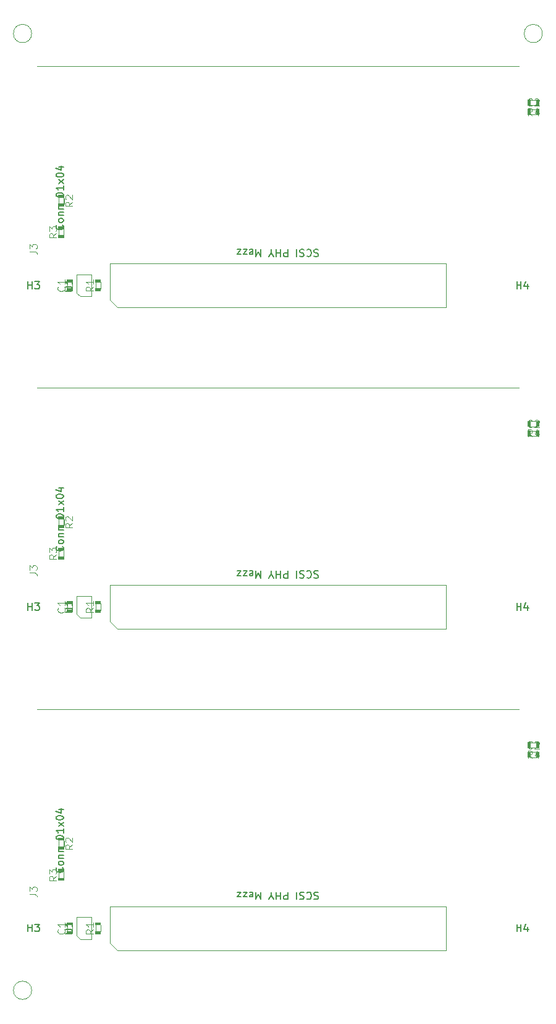
<source format=gbr>
G04 #@! TF.GenerationSoftware,KiCad,Pcbnew,8.0.6*
G04 #@! TF.CreationDate,2024-11-07T02:27:43-08:00*
G04 #@! TF.ProjectId,mse-68-hd-panel,6d73652d-3638-42d6-9864-2d70616e656c,1*
G04 #@! TF.SameCoordinates,Original*
G04 #@! TF.FileFunction,AssemblyDrawing,Top*
%FSLAX46Y46*%
G04 Gerber Fmt 4.6, Leading zero omitted, Abs format (unit mm)*
G04 Created by KiCad (PCBNEW 8.0.6) date 2024-11-07 02:27:43*
%MOMM*%
%LPD*%
G01*
G04 APERTURE LIST*
%ADD10C,0.100000*%
%ADD11C,0.150000*%
%ADD12C,0.000000*%
%ADD13C,0.050000*%
G04 APERTURE END LIST*
D10*
X-65642582Y110435334D02*
X-66118773Y110102001D01*
X-65642582Y109863906D02*
X-66642582Y109863906D01*
X-66642582Y109863906D02*
X-66642582Y110244858D01*
X-66642582Y110244858D02*
X-66594963Y110340096D01*
X-66594963Y110340096D02*
X-66547344Y110387715D01*
X-66547344Y110387715D02*
X-66452106Y110435334D01*
X-66452106Y110435334D02*
X-66309249Y110435334D01*
X-66309249Y110435334D02*
X-66214011Y110387715D01*
X-66214011Y110387715D02*
X-66166392Y110340096D01*
X-66166392Y110340096D02*
X-66118773Y110244858D01*
X-66118773Y110244858D02*
X-66118773Y109863906D01*
X-66547344Y110816287D02*
X-66594963Y110863906D01*
X-66594963Y110863906D02*
X-66642582Y110959144D01*
X-66642582Y110959144D02*
X-66642582Y111197239D01*
X-66642582Y111197239D02*
X-66594963Y111292477D01*
X-66594963Y111292477D02*
X-66547344Y111340096D01*
X-66547344Y111340096D02*
X-66452106Y111387715D01*
X-66452106Y111387715D02*
X-66356868Y111387715D01*
X-66356868Y111387715D02*
X-66214011Y111340096D01*
X-66214011Y111340096D02*
X-65642582Y110768668D01*
X-65642582Y110768668D02*
X-65642582Y111387715D01*
X-71542581Y59668667D02*
X-70828296Y59668667D01*
X-70828296Y59668667D02*
X-70685439Y59621048D01*
X-70685439Y59621048D02*
X-70590200Y59525810D01*
X-70590200Y59525810D02*
X-70542581Y59382953D01*
X-70542581Y59382953D02*
X-70542581Y59287715D01*
X-71542581Y60049620D02*
X-71542581Y60668667D01*
X-71542581Y60668667D02*
X-71161629Y60335334D01*
X-71161629Y60335334D02*
X-71161629Y60478191D01*
X-71161629Y60478191D02*
X-71114010Y60573429D01*
X-71114010Y60573429D02*
X-71066391Y60621048D01*
X-71066391Y60621048D02*
X-70971153Y60668667D01*
X-70971153Y60668667D02*
X-70733058Y60668667D01*
X-70733058Y60668667D02*
X-70637820Y60621048D01*
X-70637820Y60621048D02*
X-70590200Y60573429D01*
X-70590200Y60573429D02*
X-70542581Y60478191D01*
X-70542581Y60478191D02*
X-70542581Y60192477D01*
X-70542581Y60192477D02*
X-70590200Y60097239D01*
X-70590200Y60097239D02*
X-70637820Y60049620D01*
D11*
X-67000421Y63273905D02*
X-66952801Y63226286D01*
X-66952801Y63226286D02*
X-66905182Y63083429D01*
X-66905182Y63083429D02*
X-66905182Y62988191D01*
X-66905182Y62988191D02*
X-66952801Y62845334D01*
X-66952801Y62845334D02*
X-67048040Y62750096D01*
X-67048040Y62750096D02*
X-67143278Y62702477D01*
X-67143278Y62702477D02*
X-67333754Y62654858D01*
X-67333754Y62654858D02*
X-67476611Y62654858D01*
X-67476611Y62654858D02*
X-67667087Y62702477D01*
X-67667087Y62702477D02*
X-67762325Y62750096D01*
X-67762325Y62750096D02*
X-67857563Y62845334D01*
X-67857563Y62845334D02*
X-67905182Y62988191D01*
X-67905182Y62988191D02*
X-67905182Y63083429D01*
X-67905182Y63083429D02*
X-67857563Y63226286D01*
X-67857563Y63226286D02*
X-67809944Y63273905D01*
X-66905182Y63845334D02*
X-66952801Y63750096D01*
X-66952801Y63750096D02*
X-67000421Y63702477D01*
X-67000421Y63702477D02*
X-67095659Y63654858D01*
X-67095659Y63654858D02*
X-67381373Y63654858D01*
X-67381373Y63654858D02*
X-67476611Y63702477D01*
X-67476611Y63702477D02*
X-67524230Y63750096D01*
X-67524230Y63750096D02*
X-67571849Y63845334D01*
X-67571849Y63845334D02*
X-67571849Y63988191D01*
X-67571849Y63988191D02*
X-67524230Y64083429D01*
X-67524230Y64083429D02*
X-67476611Y64131048D01*
X-67476611Y64131048D02*
X-67381373Y64178667D01*
X-67381373Y64178667D02*
X-67095659Y64178667D01*
X-67095659Y64178667D02*
X-67000421Y64131048D01*
X-67000421Y64131048D02*
X-66952801Y64083429D01*
X-66952801Y64083429D02*
X-66905182Y63988191D01*
X-66905182Y63988191D02*
X-66905182Y63845334D01*
X-67571849Y64607239D02*
X-66905182Y64607239D01*
X-67476611Y64607239D02*
X-67524230Y64654858D01*
X-67524230Y64654858D02*
X-67571849Y64750096D01*
X-67571849Y64750096D02*
X-67571849Y64892953D01*
X-67571849Y64892953D02*
X-67524230Y64988191D01*
X-67524230Y64988191D02*
X-67428992Y65035810D01*
X-67428992Y65035810D02*
X-66905182Y65035810D01*
X-67571849Y65512001D02*
X-66905182Y65512001D01*
X-67476611Y65512001D02*
X-67524230Y65559620D01*
X-67524230Y65559620D02*
X-67571849Y65654858D01*
X-67571849Y65654858D02*
X-67571849Y65797715D01*
X-67571849Y65797715D02*
X-67524230Y65892953D01*
X-67524230Y65892953D02*
X-67428992Y65940572D01*
X-67428992Y65940572D02*
X-66905182Y65940572D01*
X-66809944Y66178667D02*
X-66809944Y66940572D01*
X-67905182Y67369144D02*
X-67905182Y67464382D01*
X-67905182Y67464382D02*
X-67857563Y67559620D01*
X-67857563Y67559620D02*
X-67809944Y67607239D01*
X-67809944Y67607239D02*
X-67714706Y67654858D01*
X-67714706Y67654858D02*
X-67524230Y67702477D01*
X-67524230Y67702477D02*
X-67286135Y67702477D01*
X-67286135Y67702477D02*
X-67095659Y67654858D01*
X-67095659Y67654858D02*
X-67000421Y67607239D01*
X-67000421Y67607239D02*
X-66952801Y67559620D01*
X-66952801Y67559620D02*
X-66905182Y67464382D01*
X-66905182Y67464382D02*
X-66905182Y67369144D01*
X-66905182Y67369144D02*
X-66952801Y67273906D01*
X-66952801Y67273906D02*
X-67000421Y67226287D01*
X-67000421Y67226287D02*
X-67095659Y67178668D01*
X-67095659Y67178668D02*
X-67286135Y67131049D01*
X-67286135Y67131049D02*
X-67524230Y67131049D01*
X-67524230Y67131049D02*
X-67714706Y67178668D01*
X-67714706Y67178668D02*
X-67809944Y67226287D01*
X-67809944Y67226287D02*
X-67857563Y67273906D01*
X-67857563Y67273906D02*
X-67905182Y67369144D01*
X-66905182Y68654858D02*
X-66905182Y68083430D01*
X-66905182Y68369144D02*
X-67905182Y68369144D01*
X-67905182Y68369144D02*
X-67762325Y68273906D01*
X-67762325Y68273906D02*
X-67667087Y68178668D01*
X-67667087Y68178668D02*
X-67619468Y68083430D01*
X-66905182Y68988192D02*
X-67571849Y69512001D01*
X-67571849Y68988192D02*
X-66905182Y69512001D01*
X-67905182Y70083430D02*
X-67905182Y70178668D01*
X-67905182Y70178668D02*
X-67857563Y70273906D01*
X-67857563Y70273906D02*
X-67809944Y70321525D01*
X-67809944Y70321525D02*
X-67714706Y70369144D01*
X-67714706Y70369144D02*
X-67524230Y70416763D01*
X-67524230Y70416763D02*
X-67286135Y70416763D01*
X-67286135Y70416763D02*
X-67095659Y70369144D01*
X-67095659Y70369144D02*
X-67000421Y70321525D01*
X-67000421Y70321525D02*
X-66952801Y70273906D01*
X-66952801Y70273906D02*
X-66905182Y70178668D01*
X-66905182Y70178668D02*
X-66905182Y70083430D01*
X-66905182Y70083430D02*
X-66952801Y69988192D01*
X-66952801Y69988192D02*
X-67000421Y69940573D01*
X-67000421Y69940573D02*
X-67095659Y69892954D01*
X-67095659Y69892954D02*
X-67286135Y69845335D01*
X-67286135Y69845335D02*
X-67524230Y69845335D01*
X-67524230Y69845335D02*
X-67714706Y69892954D01*
X-67714706Y69892954D02*
X-67809944Y69940573D01*
X-67809944Y69940573D02*
X-67857563Y69988192D01*
X-67857563Y69988192D02*
X-67905182Y70083430D01*
X-67571849Y71273906D02*
X-66905182Y71273906D01*
X-67952801Y71035811D02*
X-67238516Y70797716D01*
X-67238516Y70797716D02*
X-67238516Y71416763D01*
X-66645182Y98240096D02*
X-65835659Y98240096D01*
X-65835659Y98240096D02*
X-65740421Y98287715D01*
X-65740421Y98287715D02*
X-65692801Y98335334D01*
X-65692801Y98335334D02*
X-65645182Y98430572D01*
X-65645182Y98430572D02*
X-65645182Y98621048D01*
X-65645182Y98621048D02*
X-65692801Y98716286D01*
X-65692801Y98716286D02*
X-65740421Y98763905D01*
X-65740421Y98763905D02*
X-65835659Y98811524D01*
X-65835659Y98811524D02*
X-66645182Y98811524D01*
X-65645182Y99811524D02*
X-65645182Y99240096D01*
X-65645182Y99525810D02*
X-66645182Y99525810D01*
X-66645182Y99525810D02*
X-66502325Y99430572D01*
X-66502325Y99430572D02*
X-66407087Y99335334D01*
X-66407087Y99335334D02*
X-66359468Y99240096D01*
D10*
X-65642582Y22435334D02*
X-66118773Y22102001D01*
X-65642582Y21863906D02*
X-66642582Y21863906D01*
X-66642582Y21863906D02*
X-66642582Y22244858D01*
X-66642582Y22244858D02*
X-66594963Y22340096D01*
X-66594963Y22340096D02*
X-66547344Y22387715D01*
X-66547344Y22387715D02*
X-66452106Y22435334D01*
X-66452106Y22435334D02*
X-66309249Y22435334D01*
X-66309249Y22435334D02*
X-66214011Y22387715D01*
X-66214011Y22387715D02*
X-66166392Y22340096D01*
X-66166392Y22340096D02*
X-66118773Y22244858D01*
X-66118773Y22244858D02*
X-66118773Y21863906D01*
X-66547344Y22816287D02*
X-66594963Y22863906D01*
X-66594963Y22863906D02*
X-66642582Y22959144D01*
X-66642582Y22959144D02*
X-66642582Y23197239D01*
X-66642582Y23197239D02*
X-66594963Y23292477D01*
X-66594963Y23292477D02*
X-66547344Y23340096D01*
X-66547344Y23340096D02*
X-66452106Y23387715D01*
X-66452106Y23387715D02*
X-66356868Y23387715D01*
X-66356868Y23387715D02*
X-66214011Y23340096D01*
X-66214011Y23340096D02*
X-65642582Y22768668D01*
X-65642582Y22768668D02*
X-65642582Y23387715D01*
D11*
X-66645182Y10240096D02*
X-65835659Y10240096D01*
X-65835659Y10240096D02*
X-65740421Y10287715D01*
X-65740421Y10287715D02*
X-65692801Y10335334D01*
X-65692801Y10335334D02*
X-65645182Y10430572D01*
X-65645182Y10430572D02*
X-65645182Y10621048D01*
X-65645182Y10621048D02*
X-65692801Y10716286D01*
X-65692801Y10716286D02*
X-65740421Y10763905D01*
X-65740421Y10763905D02*
X-65835659Y10811524D01*
X-65835659Y10811524D02*
X-66645182Y10811524D01*
X-65645182Y11811524D02*
X-65645182Y11240096D01*
X-65645182Y11525810D02*
X-66645182Y11525810D01*
X-66645182Y11525810D02*
X-66502325Y11430572D01*
X-66502325Y11430572D02*
X-66407087Y11335334D01*
X-66407087Y11335334D02*
X-66359468Y11240096D01*
D10*
X-67842580Y18135334D02*
X-68318771Y17802001D01*
X-67842580Y17563906D02*
X-68842580Y17563906D01*
X-68842580Y17563906D02*
X-68842580Y17944858D01*
X-68842580Y17944858D02*
X-68794961Y18040096D01*
X-68794961Y18040096D02*
X-68747342Y18087715D01*
X-68747342Y18087715D02*
X-68652104Y18135334D01*
X-68652104Y18135334D02*
X-68509247Y18135334D01*
X-68509247Y18135334D02*
X-68414009Y18087715D01*
X-68414009Y18087715D02*
X-68366390Y18040096D01*
X-68366390Y18040096D02*
X-68318771Y17944858D01*
X-68318771Y17944858D02*
X-68318771Y17563906D01*
X-68842580Y18468668D02*
X-68842580Y19087715D01*
X-68842580Y19087715D02*
X-68461628Y18754382D01*
X-68461628Y18754382D02*
X-68461628Y18897239D01*
X-68461628Y18897239D02*
X-68414009Y18992477D01*
X-68414009Y18992477D02*
X-68366390Y19040096D01*
X-68366390Y19040096D02*
X-68271152Y19087715D01*
X-68271152Y19087715D02*
X-68033057Y19087715D01*
X-68033057Y19087715D02*
X-67937819Y19040096D01*
X-67937819Y19040096D02*
X-67890199Y18992477D01*
X-67890199Y18992477D02*
X-67842580Y18897239D01*
X-67842580Y18897239D02*
X-67842580Y18611525D01*
X-67842580Y18611525D02*
X-67890199Y18516287D01*
X-67890199Y18516287D02*
X-67937819Y18468668D01*
X-66787819Y54835334D02*
X-66740199Y54787715D01*
X-66740199Y54787715D02*
X-66692580Y54644858D01*
X-66692580Y54644858D02*
X-66692580Y54549620D01*
X-66692580Y54549620D02*
X-66740199Y54406763D01*
X-66740199Y54406763D02*
X-66835438Y54311525D01*
X-66835438Y54311525D02*
X-66930676Y54263906D01*
X-66930676Y54263906D02*
X-67121152Y54216287D01*
X-67121152Y54216287D02*
X-67264009Y54216287D01*
X-67264009Y54216287D02*
X-67454485Y54263906D01*
X-67454485Y54263906D02*
X-67549723Y54311525D01*
X-67549723Y54311525D02*
X-67644961Y54406763D01*
X-67644961Y54406763D02*
X-67692580Y54549620D01*
X-67692580Y54549620D02*
X-67692580Y54644858D01*
X-67692580Y54644858D02*
X-67644961Y54787715D01*
X-67644961Y54787715D02*
X-67597342Y54835334D01*
X-66692580Y55787715D02*
X-66692580Y55216287D01*
X-66692580Y55502001D02*
X-67692580Y55502001D01*
X-67692580Y55502001D02*
X-67549723Y55406763D01*
X-67549723Y55406763D02*
X-67454485Y55311525D01*
X-67454485Y55311525D02*
X-67406866Y55216287D01*
X-67842580Y106135334D02*
X-68318771Y105802001D01*
X-67842580Y105563906D02*
X-68842580Y105563906D01*
X-68842580Y105563906D02*
X-68842580Y105944858D01*
X-68842580Y105944858D02*
X-68794961Y106040096D01*
X-68794961Y106040096D02*
X-68747342Y106087715D01*
X-68747342Y106087715D02*
X-68652104Y106135334D01*
X-68652104Y106135334D02*
X-68509247Y106135334D01*
X-68509247Y106135334D02*
X-68414009Y106087715D01*
X-68414009Y106087715D02*
X-68366390Y106040096D01*
X-68366390Y106040096D02*
X-68318771Y105944858D01*
X-68318771Y105944858D02*
X-68318771Y105563906D01*
X-68842580Y106468668D02*
X-68842580Y107087715D01*
X-68842580Y107087715D02*
X-68461628Y106754382D01*
X-68461628Y106754382D02*
X-68461628Y106897239D01*
X-68461628Y106897239D02*
X-68414009Y106992477D01*
X-68414009Y106992477D02*
X-68366390Y107040096D01*
X-68366390Y107040096D02*
X-68271152Y107087715D01*
X-68271152Y107087715D02*
X-68033057Y107087715D01*
X-68033057Y107087715D02*
X-67937819Y107040096D01*
X-67937819Y107040096D02*
X-67890199Y106992477D01*
X-67890199Y106992477D02*
X-67842580Y106897239D01*
X-67842580Y106897239D02*
X-67842580Y106611525D01*
X-67842580Y106611525D02*
X-67890199Y106516287D01*
X-67890199Y106516287D02*
X-67937819Y106468668D01*
X-2666667Y34294581D02*
X-3000000Y34770772D01*
X-3238095Y34294581D02*
X-3238095Y35294581D01*
X-3238095Y35294581D02*
X-2857143Y35294581D01*
X-2857143Y35294581D02*
X-2761905Y35246962D01*
X-2761905Y35246962D02*
X-2714286Y35199343D01*
X-2714286Y35199343D02*
X-2666667Y35104105D01*
X-2666667Y35104105D02*
X-2666667Y34961248D01*
X-2666667Y34961248D02*
X-2714286Y34866010D01*
X-2714286Y34866010D02*
X-2761905Y34818391D01*
X-2761905Y34818391D02*
X-2857143Y34770772D01*
X-2857143Y34770772D02*
X-3238095Y34770772D01*
X-1809524Y34961248D02*
X-1809524Y34294581D01*
X-2047619Y35342200D02*
X-2285714Y34627915D01*
X-2285714Y34627915D02*
X-1666667Y34627915D01*
D11*
X-4761905Y98547181D02*
X-4761905Y99547181D01*
X-4761905Y99070991D02*
X-4190477Y99070991D01*
X-4190477Y98547181D02*
X-4190477Y99547181D01*
X-3285715Y99213848D02*
X-3285715Y98547181D01*
X-3523810Y99594800D02*
X-3761905Y98880515D01*
X-3761905Y98880515D02*
X-3142858Y98880515D01*
D10*
X-2666667Y79689820D02*
X-2714286Y79642200D01*
X-2714286Y79642200D02*
X-2857143Y79594581D01*
X-2857143Y79594581D02*
X-2952381Y79594581D01*
X-2952381Y79594581D02*
X-3095238Y79642200D01*
X-3095238Y79642200D02*
X-3190476Y79737439D01*
X-3190476Y79737439D02*
X-3238095Y79832677D01*
X-3238095Y79832677D02*
X-3285714Y80023153D01*
X-3285714Y80023153D02*
X-3285714Y80166010D01*
X-3285714Y80166010D02*
X-3238095Y80356486D01*
X-3238095Y80356486D02*
X-3190476Y80451724D01*
X-3190476Y80451724D02*
X-3095238Y80546962D01*
X-3095238Y80546962D02*
X-2952381Y80594581D01*
X-2952381Y80594581D02*
X-2857143Y80594581D01*
X-2857143Y80594581D02*
X-2714286Y80546962D01*
X-2714286Y80546962D02*
X-2666667Y80499343D01*
X-2285714Y80499343D02*
X-2238095Y80546962D01*
X-2238095Y80546962D02*
X-2142857Y80594581D01*
X-2142857Y80594581D02*
X-1904762Y80594581D01*
X-1904762Y80594581D02*
X-1809524Y80546962D01*
X-1809524Y80546962D02*
X-1761905Y80499343D01*
X-1761905Y80499343D02*
X-1714286Y80404105D01*
X-1714286Y80404105D02*
X-1714286Y80308867D01*
X-1714286Y80308867D02*
X-1761905Y80166010D01*
X-1761905Y80166010D02*
X-2333333Y79594581D01*
X-2333333Y79594581D02*
X-1714286Y79594581D01*
D11*
X-4761905Y10547181D02*
X-4761905Y11547181D01*
X-4761905Y11070991D02*
X-4190477Y11070991D01*
X-4190477Y10547181D02*
X-4190477Y11547181D01*
X-3285715Y11213848D02*
X-3285715Y10547181D01*
X-3523810Y11594800D02*
X-3761905Y10880515D01*
X-3761905Y10880515D02*
X-3142858Y10880515D01*
D10*
X-66787819Y98835334D02*
X-66740199Y98787715D01*
X-66740199Y98787715D02*
X-66692580Y98644858D01*
X-66692580Y98644858D02*
X-66692580Y98549620D01*
X-66692580Y98549620D02*
X-66740199Y98406763D01*
X-66740199Y98406763D02*
X-66835438Y98311525D01*
X-66835438Y98311525D02*
X-66930676Y98263906D01*
X-66930676Y98263906D02*
X-67121152Y98216287D01*
X-67121152Y98216287D02*
X-67264009Y98216287D01*
X-67264009Y98216287D02*
X-67454485Y98263906D01*
X-67454485Y98263906D02*
X-67549723Y98311525D01*
X-67549723Y98311525D02*
X-67644961Y98406763D01*
X-67644961Y98406763D02*
X-67692580Y98549620D01*
X-67692580Y98549620D02*
X-67692580Y98644858D01*
X-67692580Y98644858D02*
X-67644961Y98787715D01*
X-67644961Y98787715D02*
X-67597342Y98835334D01*
X-66692580Y99787715D02*
X-66692580Y99216287D01*
X-66692580Y99502001D02*
X-67692580Y99502001D01*
X-67692580Y99502001D02*
X-67549723Y99406763D01*
X-67549723Y99406763D02*
X-67454485Y99311525D01*
X-67454485Y99311525D02*
X-67406866Y99216287D01*
X-71542581Y15668667D02*
X-70828296Y15668667D01*
X-70828296Y15668667D02*
X-70685439Y15621048D01*
X-70685439Y15621048D02*
X-70590200Y15525810D01*
X-70590200Y15525810D02*
X-70542581Y15382953D01*
X-70542581Y15382953D02*
X-70542581Y15287715D01*
X-71542581Y16049620D02*
X-71542581Y16668667D01*
X-71542581Y16668667D02*
X-71161629Y16335334D01*
X-71161629Y16335334D02*
X-71161629Y16478191D01*
X-71161629Y16478191D02*
X-71114010Y16573429D01*
X-71114010Y16573429D02*
X-71066391Y16621048D01*
X-71066391Y16621048D02*
X-70971153Y16668667D01*
X-70971153Y16668667D02*
X-70733058Y16668667D01*
X-70733058Y16668667D02*
X-70637820Y16621048D01*
X-70637820Y16621048D02*
X-70590200Y16573429D01*
X-70590200Y16573429D02*
X-70542581Y16478191D01*
X-70542581Y16478191D02*
X-70542581Y16192477D01*
X-70542581Y16192477D02*
X-70590200Y16097239D01*
X-70590200Y16097239D02*
X-70637820Y16049620D01*
D11*
X-67000421Y19273905D02*
X-66952801Y19226286D01*
X-66952801Y19226286D02*
X-66905182Y19083429D01*
X-66905182Y19083429D02*
X-66905182Y18988191D01*
X-66905182Y18988191D02*
X-66952801Y18845334D01*
X-66952801Y18845334D02*
X-67048040Y18750096D01*
X-67048040Y18750096D02*
X-67143278Y18702477D01*
X-67143278Y18702477D02*
X-67333754Y18654858D01*
X-67333754Y18654858D02*
X-67476611Y18654858D01*
X-67476611Y18654858D02*
X-67667087Y18702477D01*
X-67667087Y18702477D02*
X-67762325Y18750096D01*
X-67762325Y18750096D02*
X-67857563Y18845334D01*
X-67857563Y18845334D02*
X-67905182Y18988191D01*
X-67905182Y18988191D02*
X-67905182Y19083429D01*
X-67905182Y19083429D02*
X-67857563Y19226286D01*
X-67857563Y19226286D02*
X-67809944Y19273905D01*
X-66905182Y19845334D02*
X-66952801Y19750096D01*
X-66952801Y19750096D02*
X-67000421Y19702477D01*
X-67000421Y19702477D02*
X-67095659Y19654858D01*
X-67095659Y19654858D02*
X-67381373Y19654858D01*
X-67381373Y19654858D02*
X-67476611Y19702477D01*
X-67476611Y19702477D02*
X-67524230Y19750096D01*
X-67524230Y19750096D02*
X-67571849Y19845334D01*
X-67571849Y19845334D02*
X-67571849Y19988191D01*
X-67571849Y19988191D02*
X-67524230Y20083429D01*
X-67524230Y20083429D02*
X-67476611Y20131048D01*
X-67476611Y20131048D02*
X-67381373Y20178667D01*
X-67381373Y20178667D02*
X-67095659Y20178667D01*
X-67095659Y20178667D02*
X-67000421Y20131048D01*
X-67000421Y20131048D02*
X-66952801Y20083429D01*
X-66952801Y20083429D02*
X-66905182Y19988191D01*
X-66905182Y19988191D02*
X-66905182Y19845334D01*
X-67571849Y20607239D02*
X-66905182Y20607239D01*
X-67476611Y20607239D02*
X-67524230Y20654858D01*
X-67524230Y20654858D02*
X-67571849Y20750096D01*
X-67571849Y20750096D02*
X-67571849Y20892953D01*
X-67571849Y20892953D02*
X-67524230Y20988191D01*
X-67524230Y20988191D02*
X-67428992Y21035810D01*
X-67428992Y21035810D02*
X-66905182Y21035810D01*
X-67571849Y21512001D02*
X-66905182Y21512001D01*
X-67476611Y21512001D02*
X-67524230Y21559620D01*
X-67524230Y21559620D02*
X-67571849Y21654858D01*
X-67571849Y21654858D02*
X-67571849Y21797715D01*
X-67571849Y21797715D02*
X-67524230Y21892953D01*
X-67524230Y21892953D02*
X-67428992Y21940572D01*
X-67428992Y21940572D02*
X-66905182Y21940572D01*
X-66809944Y22178667D02*
X-66809944Y22940572D01*
X-67905182Y23369144D02*
X-67905182Y23464382D01*
X-67905182Y23464382D02*
X-67857563Y23559620D01*
X-67857563Y23559620D02*
X-67809944Y23607239D01*
X-67809944Y23607239D02*
X-67714706Y23654858D01*
X-67714706Y23654858D02*
X-67524230Y23702477D01*
X-67524230Y23702477D02*
X-67286135Y23702477D01*
X-67286135Y23702477D02*
X-67095659Y23654858D01*
X-67095659Y23654858D02*
X-67000421Y23607239D01*
X-67000421Y23607239D02*
X-66952801Y23559620D01*
X-66952801Y23559620D02*
X-66905182Y23464382D01*
X-66905182Y23464382D02*
X-66905182Y23369144D01*
X-66905182Y23369144D02*
X-66952801Y23273906D01*
X-66952801Y23273906D02*
X-67000421Y23226287D01*
X-67000421Y23226287D02*
X-67095659Y23178668D01*
X-67095659Y23178668D02*
X-67286135Y23131049D01*
X-67286135Y23131049D02*
X-67524230Y23131049D01*
X-67524230Y23131049D02*
X-67714706Y23178668D01*
X-67714706Y23178668D02*
X-67809944Y23226287D01*
X-67809944Y23226287D02*
X-67857563Y23273906D01*
X-67857563Y23273906D02*
X-67905182Y23369144D01*
X-66905182Y24654858D02*
X-66905182Y24083430D01*
X-66905182Y24369144D02*
X-67905182Y24369144D01*
X-67905182Y24369144D02*
X-67762325Y24273906D01*
X-67762325Y24273906D02*
X-67667087Y24178668D01*
X-67667087Y24178668D02*
X-67619468Y24083430D01*
X-66905182Y24988192D02*
X-67571849Y25512001D01*
X-67571849Y24988192D02*
X-66905182Y25512001D01*
X-67905182Y26083430D02*
X-67905182Y26178668D01*
X-67905182Y26178668D02*
X-67857563Y26273906D01*
X-67857563Y26273906D02*
X-67809944Y26321525D01*
X-67809944Y26321525D02*
X-67714706Y26369144D01*
X-67714706Y26369144D02*
X-67524230Y26416763D01*
X-67524230Y26416763D02*
X-67286135Y26416763D01*
X-67286135Y26416763D02*
X-67095659Y26369144D01*
X-67095659Y26369144D02*
X-67000421Y26321525D01*
X-67000421Y26321525D02*
X-66952801Y26273906D01*
X-66952801Y26273906D02*
X-66905182Y26178668D01*
X-66905182Y26178668D02*
X-66905182Y26083430D01*
X-66905182Y26083430D02*
X-66952801Y25988192D01*
X-66952801Y25988192D02*
X-67000421Y25940573D01*
X-67000421Y25940573D02*
X-67095659Y25892954D01*
X-67095659Y25892954D02*
X-67286135Y25845335D01*
X-67286135Y25845335D02*
X-67524230Y25845335D01*
X-67524230Y25845335D02*
X-67714706Y25892954D01*
X-67714706Y25892954D02*
X-67809944Y25940573D01*
X-67809944Y25940573D02*
X-67857563Y25988192D01*
X-67857563Y25988192D02*
X-67905182Y26083430D01*
X-67571849Y27273906D02*
X-66905182Y27273906D01*
X-67952801Y27035811D02*
X-67238516Y26797716D01*
X-67238516Y26797716D02*
X-67238516Y27416763D01*
X-31976191Y15909201D02*
X-32119048Y15956821D01*
X-32119048Y15956821D02*
X-32357143Y15956821D01*
X-32357143Y15956821D02*
X-32452381Y15909201D01*
X-32452381Y15909201D02*
X-32500000Y15861582D01*
X-32500000Y15861582D02*
X-32547619Y15766344D01*
X-32547619Y15766344D02*
X-32547619Y15671106D01*
X-32547619Y15671106D02*
X-32500000Y15575868D01*
X-32500000Y15575868D02*
X-32452381Y15528249D01*
X-32452381Y15528249D02*
X-32357143Y15480630D01*
X-32357143Y15480630D02*
X-32166667Y15433011D01*
X-32166667Y15433011D02*
X-32071429Y15385392D01*
X-32071429Y15385392D02*
X-32023810Y15337773D01*
X-32023810Y15337773D02*
X-31976191Y15242535D01*
X-31976191Y15242535D02*
X-31976191Y15147297D01*
X-31976191Y15147297D02*
X-32023810Y15052059D01*
X-32023810Y15052059D02*
X-32071429Y15004440D01*
X-32071429Y15004440D02*
X-32166667Y14956821D01*
X-32166667Y14956821D02*
X-32404762Y14956821D01*
X-32404762Y14956821D02*
X-32547619Y15004440D01*
X-33547619Y15861582D02*
X-33500000Y15909201D01*
X-33500000Y15909201D02*
X-33357143Y15956821D01*
X-33357143Y15956821D02*
X-33261905Y15956821D01*
X-33261905Y15956821D02*
X-33119048Y15909201D01*
X-33119048Y15909201D02*
X-33023810Y15813963D01*
X-33023810Y15813963D02*
X-32976191Y15718725D01*
X-32976191Y15718725D02*
X-32928572Y15528249D01*
X-32928572Y15528249D02*
X-32928572Y15385392D01*
X-32928572Y15385392D02*
X-32976191Y15194916D01*
X-32976191Y15194916D02*
X-33023810Y15099678D01*
X-33023810Y15099678D02*
X-33119048Y15004440D01*
X-33119048Y15004440D02*
X-33261905Y14956821D01*
X-33261905Y14956821D02*
X-33357143Y14956821D01*
X-33357143Y14956821D02*
X-33500000Y15004440D01*
X-33500000Y15004440D02*
X-33547619Y15052059D01*
X-33928572Y15909201D02*
X-34071429Y15956821D01*
X-34071429Y15956821D02*
X-34309524Y15956821D01*
X-34309524Y15956821D02*
X-34404762Y15909201D01*
X-34404762Y15909201D02*
X-34452381Y15861582D01*
X-34452381Y15861582D02*
X-34500000Y15766344D01*
X-34500000Y15766344D02*
X-34500000Y15671106D01*
X-34500000Y15671106D02*
X-34452381Y15575868D01*
X-34452381Y15575868D02*
X-34404762Y15528249D01*
X-34404762Y15528249D02*
X-34309524Y15480630D01*
X-34309524Y15480630D02*
X-34119048Y15433011D01*
X-34119048Y15433011D02*
X-34023810Y15385392D01*
X-34023810Y15385392D02*
X-33976191Y15337773D01*
X-33976191Y15337773D02*
X-33928572Y15242535D01*
X-33928572Y15242535D02*
X-33928572Y15147297D01*
X-33928572Y15147297D02*
X-33976191Y15052059D01*
X-33976191Y15052059D02*
X-34023810Y15004440D01*
X-34023810Y15004440D02*
X-34119048Y14956821D01*
X-34119048Y14956821D02*
X-34357143Y14956821D01*
X-34357143Y14956821D02*
X-34500000Y15004440D01*
X-34928572Y15956821D02*
X-34928572Y14956821D01*
X-36166667Y15956821D02*
X-36166667Y14956821D01*
X-36166667Y14956821D02*
X-36547619Y14956821D01*
X-36547619Y14956821D02*
X-36642857Y15004440D01*
X-36642857Y15004440D02*
X-36690476Y15052059D01*
X-36690476Y15052059D02*
X-36738095Y15147297D01*
X-36738095Y15147297D02*
X-36738095Y15290154D01*
X-36738095Y15290154D02*
X-36690476Y15385392D01*
X-36690476Y15385392D02*
X-36642857Y15433011D01*
X-36642857Y15433011D02*
X-36547619Y15480630D01*
X-36547619Y15480630D02*
X-36166667Y15480630D01*
X-37166667Y15956821D02*
X-37166667Y14956821D01*
X-37166667Y15433011D02*
X-37738095Y15433011D01*
X-37738095Y15956821D02*
X-37738095Y14956821D01*
X-38404762Y15480630D02*
X-38404762Y15956821D01*
X-38071429Y14956821D02*
X-38404762Y15480630D01*
X-38404762Y15480630D02*
X-38738095Y14956821D01*
X-39833334Y15956821D02*
X-39833334Y14956821D01*
X-39833334Y14956821D02*
X-40166667Y15671106D01*
X-40166667Y15671106D02*
X-40500000Y14956821D01*
X-40500000Y14956821D02*
X-40500000Y15956821D01*
X-41357143Y15909201D02*
X-41261905Y15956821D01*
X-41261905Y15956821D02*
X-41071429Y15956821D01*
X-41071429Y15956821D02*
X-40976191Y15909201D01*
X-40976191Y15909201D02*
X-40928572Y15813963D01*
X-40928572Y15813963D02*
X-40928572Y15433011D01*
X-40928572Y15433011D02*
X-40976191Y15337773D01*
X-40976191Y15337773D02*
X-41071429Y15290154D01*
X-41071429Y15290154D02*
X-41261905Y15290154D01*
X-41261905Y15290154D02*
X-41357143Y15337773D01*
X-41357143Y15337773D02*
X-41404762Y15433011D01*
X-41404762Y15433011D02*
X-41404762Y15528249D01*
X-41404762Y15528249D02*
X-40928572Y15623487D01*
X-41738096Y15290154D02*
X-42261905Y15290154D01*
X-42261905Y15290154D02*
X-41738096Y15956821D01*
X-41738096Y15956821D02*
X-42261905Y15956821D01*
X-42547620Y15290154D02*
X-43071429Y15290154D01*
X-43071429Y15290154D02*
X-42547620Y15956821D01*
X-42547620Y15956821D02*
X-43071429Y15956821D01*
X-71761905Y10547181D02*
X-71761905Y11547181D01*
X-71761905Y11070991D02*
X-71190477Y11070991D01*
X-71190477Y10547181D02*
X-71190477Y11547181D01*
X-70809524Y11547181D02*
X-70190477Y11547181D01*
X-70190477Y11547181D02*
X-70523810Y11166229D01*
X-70523810Y11166229D02*
X-70380953Y11166229D01*
X-70380953Y11166229D02*
X-70285715Y11118610D01*
X-70285715Y11118610D02*
X-70238096Y11070991D01*
X-70238096Y11070991D02*
X-70190477Y10975753D01*
X-70190477Y10975753D02*
X-70190477Y10737658D01*
X-70190477Y10737658D02*
X-70238096Y10642420D01*
X-70238096Y10642420D02*
X-70285715Y10594800D01*
X-70285715Y10594800D02*
X-70380953Y10547181D01*
X-70380953Y10547181D02*
X-70666667Y10547181D01*
X-70666667Y10547181D02*
X-70761905Y10594800D01*
X-70761905Y10594800D02*
X-70809524Y10642420D01*
X-31976191Y103909201D02*
X-32119048Y103956821D01*
X-32119048Y103956821D02*
X-32357143Y103956821D01*
X-32357143Y103956821D02*
X-32452381Y103909201D01*
X-32452381Y103909201D02*
X-32500000Y103861582D01*
X-32500000Y103861582D02*
X-32547619Y103766344D01*
X-32547619Y103766344D02*
X-32547619Y103671106D01*
X-32547619Y103671106D02*
X-32500000Y103575868D01*
X-32500000Y103575868D02*
X-32452381Y103528249D01*
X-32452381Y103528249D02*
X-32357143Y103480630D01*
X-32357143Y103480630D02*
X-32166667Y103433011D01*
X-32166667Y103433011D02*
X-32071429Y103385392D01*
X-32071429Y103385392D02*
X-32023810Y103337773D01*
X-32023810Y103337773D02*
X-31976191Y103242535D01*
X-31976191Y103242535D02*
X-31976191Y103147297D01*
X-31976191Y103147297D02*
X-32023810Y103052059D01*
X-32023810Y103052059D02*
X-32071429Y103004440D01*
X-32071429Y103004440D02*
X-32166667Y102956821D01*
X-32166667Y102956821D02*
X-32404762Y102956821D01*
X-32404762Y102956821D02*
X-32547619Y103004440D01*
X-33547619Y103861582D02*
X-33500000Y103909201D01*
X-33500000Y103909201D02*
X-33357143Y103956821D01*
X-33357143Y103956821D02*
X-33261905Y103956821D01*
X-33261905Y103956821D02*
X-33119048Y103909201D01*
X-33119048Y103909201D02*
X-33023810Y103813963D01*
X-33023810Y103813963D02*
X-32976191Y103718725D01*
X-32976191Y103718725D02*
X-32928572Y103528249D01*
X-32928572Y103528249D02*
X-32928572Y103385392D01*
X-32928572Y103385392D02*
X-32976191Y103194916D01*
X-32976191Y103194916D02*
X-33023810Y103099678D01*
X-33023810Y103099678D02*
X-33119048Y103004440D01*
X-33119048Y103004440D02*
X-33261905Y102956821D01*
X-33261905Y102956821D02*
X-33357143Y102956821D01*
X-33357143Y102956821D02*
X-33500000Y103004440D01*
X-33500000Y103004440D02*
X-33547619Y103052059D01*
X-33928572Y103909201D02*
X-34071429Y103956821D01*
X-34071429Y103956821D02*
X-34309524Y103956821D01*
X-34309524Y103956821D02*
X-34404762Y103909201D01*
X-34404762Y103909201D02*
X-34452381Y103861582D01*
X-34452381Y103861582D02*
X-34500000Y103766344D01*
X-34500000Y103766344D02*
X-34500000Y103671106D01*
X-34500000Y103671106D02*
X-34452381Y103575868D01*
X-34452381Y103575868D02*
X-34404762Y103528249D01*
X-34404762Y103528249D02*
X-34309524Y103480630D01*
X-34309524Y103480630D02*
X-34119048Y103433011D01*
X-34119048Y103433011D02*
X-34023810Y103385392D01*
X-34023810Y103385392D02*
X-33976191Y103337773D01*
X-33976191Y103337773D02*
X-33928572Y103242535D01*
X-33928572Y103242535D02*
X-33928572Y103147297D01*
X-33928572Y103147297D02*
X-33976191Y103052059D01*
X-33976191Y103052059D02*
X-34023810Y103004440D01*
X-34023810Y103004440D02*
X-34119048Y102956821D01*
X-34119048Y102956821D02*
X-34357143Y102956821D01*
X-34357143Y102956821D02*
X-34500000Y103004440D01*
X-34928572Y103956821D02*
X-34928572Y102956821D01*
X-36166667Y103956821D02*
X-36166667Y102956821D01*
X-36166667Y102956821D02*
X-36547619Y102956821D01*
X-36547619Y102956821D02*
X-36642857Y103004440D01*
X-36642857Y103004440D02*
X-36690476Y103052059D01*
X-36690476Y103052059D02*
X-36738095Y103147297D01*
X-36738095Y103147297D02*
X-36738095Y103290154D01*
X-36738095Y103290154D02*
X-36690476Y103385392D01*
X-36690476Y103385392D02*
X-36642857Y103433011D01*
X-36642857Y103433011D02*
X-36547619Y103480630D01*
X-36547619Y103480630D02*
X-36166667Y103480630D01*
X-37166667Y103956821D02*
X-37166667Y102956821D01*
X-37166667Y103433011D02*
X-37738095Y103433011D01*
X-37738095Y103956821D02*
X-37738095Y102956821D01*
X-38404762Y103480630D02*
X-38404762Y103956821D01*
X-38071429Y102956821D02*
X-38404762Y103480630D01*
X-38404762Y103480630D02*
X-38738095Y102956821D01*
X-39833334Y103956821D02*
X-39833334Y102956821D01*
X-39833334Y102956821D02*
X-40166667Y103671106D01*
X-40166667Y103671106D02*
X-40500000Y102956821D01*
X-40500000Y102956821D02*
X-40500000Y103956821D01*
X-41357143Y103909201D02*
X-41261905Y103956821D01*
X-41261905Y103956821D02*
X-41071429Y103956821D01*
X-41071429Y103956821D02*
X-40976191Y103909201D01*
X-40976191Y103909201D02*
X-40928572Y103813963D01*
X-40928572Y103813963D02*
X-40928572Y103433011D01*
X-40928572Y103433011D02*
X-40976191Y103337773D01*
X-40976191Y103337773D02*
X-41071429Y103290154D01*
X-41071429Y103290154D02*
X-41261905Y103290154D01*
X-41261905Y103290154D02*
X-41357143Y103337773D01*
X-41357143Y103337773D02*
X-41404762Y103433011D01*
X-41404762Y103433011D02*
X-41404762Y103528249D01*
X-41404762Y103528249D02*
X-40928572Y103623487D01*
X-41738096Y103290154D02*
X-42261905Y103290154D01*
X-42261905Y103290154D02*
X-41738096Y103956821D01*
X-41738096Y103956821D02*
X-42261905Y103956821D01*
X-42547620Y103290154D02*
X-43071429Y103290154D01*
X-43071429Y103290154D02*
X-42547620Y103956821D01*
X-42547620Y103956821D02*
X-43071429Y103956821D01*
D10*
X-65642582Y66435334D02*
X-66118773Y66102001D01*
X-65642582Y65863906D02*
X-66642582Y65863906D01*
X-66642582Y65863906D02*
X-66642582Y66244858D01*
X-66642582Y66244858D02*
X-66594963Y66340096D01*
X-66594963Y66340096D02*
X-66547344Y66387715D01*
X-66547344Y66387715D02*
X-66452106Y66435334D01*
X-66452106Y66435334D02*
X-66309249Y66435334D01*
X-66309249Y66435334D02*
X-66214011Y66387715D01*
X-66214011Y66387715D02*
X-66166392Y66340096D01*
X-66166392Y66340096D02*
X-66118773Y66244858D01*
X-66118773Y66244858D02*
X-66118773Y65863906D01*
X-66547344Y66816287D02*
X-66594963Y66863906D01*
X-66594963Y66863906D02*
X-66642582Y66959144D01*
X-66642582Y66959144D02*
X-66642582Y67197239D01*
X-66642582Y67197239D02*
X-66594963Y67292477D01*
X-66594963Y67292477D02*
X-66547344Y67340096D01*
X-66547344Y67340096D02*
X-66452106Y67387715D01*
X-66452106Y67387715D02*
X-66356868Y67387715D01*
X-66356868Y67387715D02*
X-66214011Y67340096D01*
X-66214011Y67340096D02*
X-65642582Y66768668D01*
X-65642582Y66768668D02*
X-65642582Y67387715D01*
D11*
X-31976191Y59909201D02*
X-32119048Y59956821D01*
X-32119048Y59956821D02*
X-32357143Y59956821D01*
X-32357143Y59956821D02*
X-32452381Y59909201D01*
X-32452381Y59909201D02*
X-32500000Y59861582D01*
X-32500000Y59861582D02*
X-32547619Y59766344D01*
X-32547619Y59766344D02*
X-32547619Y59671106D01*
X-32547619Y59671106D02*
X-32500000Y59575868D01*
X-32500000Y59575868D02*
X-32452381Y59528249D01*
X-32452381Y59528249D02*
X-32357143Y59480630D01*
X-32357143Y59480630D02*
X-32166667Y59433011D01*
X-32166667Y59433011D02*
X-32071429Y59385392D01*
X-32071429Y59385392D02*
X-32023810Y59337773D01*
X-32023810Y59337773D02*
X-31976191Y59242535D01*
X-31976191Y59242535D02*
X-31976191Y59147297D01*
X-31976191Y59147297D02*
X-32023810Y59052059D01*
X-32023810Y59052059D02*
X-32071429Y59004440D01*
X-32071429Y59004440D02*
X-32166667Y58956821D01*
X-32166667Y58956821D02*
X-32404762Y58956821D01*
X-32404762Y58956821D02*
X-32547619Y59004440D01*
X-33547619Y59861582D02*
X-33500000Y59909201D01*
X-33500000Y59909201D02*
X-33357143Y59956821D01*
X-33357143Y59956821D02*
X-33261905Y59956821D01*
X-33261905Y59956821D02*
X-33119048Y59909201D01*
X-33119048Y59909201D02*
X-33023810Y59813963D01*
X-33023810Y59813963D02*
X-32976191Y59718725D01*
X-32976191Y59718725D02*
X-32928572Y59528249D01*
X-32928572Y59528249D02*
X-32928572Y59385392D01*
X-32928572Y59385392D02*
X-32976191Y59194916D01*
X-32976191Y59194916D02*
X-33023810Y59099678D01*
X-33023810Y59099678D02*
X-33119048Y59004440D01*
X-33119048Y59004440D02*
X-33261905Y58956821D01*
X-33261905Y58956821D02*
X-33357143Y58956821D01*
X-33357143Y58956821D02*
X-33500000Y59004440D01*
X-33500000Y59004440D02*
X-33547619Y59052059D01*
X-33928572Y59909201D02*
X-34071429Y59956821D01*
X-34071429Y59956821D02*
X-34309524Y59956821D01*
X-34309524Y59956821D02*
X-34404762Y59909201D01*
X-34404762Y59909201D02*
X-34452381Y59861582D01*
X-34452381Y59861582D02*
X-34500000Y59766344D01*
X-34500000Y59766344D02*
X-34500000Y59671106D01*
X-34500000Y59671106D02*
X-34452381Y59575868D01*
X-34452381Y59575868D02*
X-34404762Y59528249D01*
X-34404762Y59528249D02*
X-34309524Y59480630D01*
X-34309524Y59480630D02*
X-34119048Y59433011D01*
X-34119048Y59433011D02*
X-34023810Y59385392D01*
X-34023810Y59385392D02*
X-33976191Y59337773D01*
X-33976191Y59337773D02*
X-33928572Y59242535D01*
X-33928572Y59242535D02*
X-33928572Y59147297D01*
X-33928572Y59147297D02*
X-33976191Y59052059D01*
X-33976191Y59052059D02*
X-34023810Y59004440D01*
X-34023810Y59004440D02*
X-34119048Y58956821D01*
X-34119048Y58956821D02*
X-34357143Y58956821D01*
X-34357143Y58956821D02*
X-34500000Y59004440D01*
X-34928572Y59956821D02*
X-34928572Y58956821D01*
X-36166667Y59956821D02*
X-36166667Y58956821D01*
X-36166667Y58956821D02*
X-36547619Y58956821D01*
X-36547619Y58956821D02*
X-36642857Y59004440D01*
X-36642857Y59004440D02*
X-36690476Y59052059D01*
X-36690476Y59052059D02*
X-36738095Y59147297D01*
X-36738095Y59147297D02*
X-36738095Y59290154D01*
X-36738095Y59290154D02*
X-36690476Y59385392D01*
X-36690476Y59385392D02*
X-36642857Y59433011D01*
X-36642857Y59433011D02*
X-36547619Y59480630D01*
X-36547619Y59480630D02*
X-36166667Y59480630D01*
X-37166667Y59956821D02*
X-37166667Y58956821D01*
X-37166667Y59433011D02*
X-37738095Y59433011D01*
X-37738095Y59956821D02*
X-37738095Y58956821D01*
X-38404762Y59480630D02*
X-38404762Y59956821D01*
X-38071429Y58956821D02*
X-38404762Y59480630D01*
X-38404762Y59480630D02*
X-38738095Y58956821D01*
X-39833334Y59956821D02*
X-39833334Y58956821D01*
X-39833334Y58956821D02*
X-40166667Y59671106D01*
X-40166667Y59671106D02*
X-40500000Y58956821D01*
X-40500000Y58956821D02*
X-40500000Y59956821D01*
X-41357143Y59909201D02*
X-41261905Y59956821D01*
X-41261905Y59956821D02*
X-41071429Y59956821D01*
X-41071429Y59956821D02*
X-40976191Y59909201D01*
X-40976191Y59909201D02*
X-40928572Y59813963D01*
X-40928572Y59813963D02*
X-40928572Y59433011D01*
X-40928572Y59433011D02*
X-40976191Y59337773D01*
X-40976191Y59337773D02*
X-41071429Y59290154D01*
X-41071429Y59290154D02*
X-41261905Y59290154D01*
X-41261905Y59290154D02*
X-41357143Y59337773D01*
X-41357143Y59337773D02*
X-41404762Y59433011D01*
X-41404762Y59433011D02*
X-41404762Y59528249D01*
X-41404762Y59528249D02*
X-40928572Y59623487D01*
X-41738096Y59290154D02*
X-42261905Y59290154D01*
X-42261905Y59290154D02*
X-41738096Y59956821D01*
X-41738096Y59956821D02*
X-42261905Y59956821D01*
X-42547620Y59290154D02*
X-43071429Y59290154D01*
X-43071429Y59290154D02*
X-42547620Y59956821D01*
X-42547620Y59956821D02*
X-43071429Y59956821D01*
D10*
X-62792580Y98835334D02*
X-63268771Y98502001D01*
X-62792580Y98263906D02*
X-63792580Y98263906D01*
X-63792580Y98263906D02*
X-63792580Y98644858D01*
X-63792580Y98644858D02*
X-63744961Y98740096D01*
X-63744961Y98740096D02*
X-63697342Y98787715D01*
X-63697342Y98787715D02*
X-63602104Y98835334D01*
X-63602104Y98835334D02*
X-63459247Y98835334D01*
X-63459247Y98835334D02*
X-63364009Y98787715D01*
X-63364009Y98787715D02*
X-63316390Y98740096D01*
X-63316390Y98740096D02*
X-63268771Y98644858D01*
X-63268771Y98644858D02*
X-63268771Y98263906D01*
X-62792580Y99787715D02*
X-62792580Y99216287D01*
X-62792580Y99502001D02*
X-63792580Y99502001D01*
X-63792580Y99502001D02*
X-63649723Y99406763D01*
X-63649723Y99406763D02*
X-63554485Y99311525D01*
X-63554485Y99311525D02*
X-63506866Y99216287D01*
D11*
X-71761905Y98547181D02*
X-71761905Y99547181D01*
X-71761905Y99070991D02*
X-71190477Y99070991D01*
X-71190477Y98547181D02*
X-71190477Y99547181D01*
X-70809524Y99547181D02*
X-70190477Y99547181D01*
X-70190477Y99547181D02*
X-70523810Y99166229D01*
X-70523810Y99166229D02*
X-70380953Y99166229D01*
X-70380953Y99166229D02*
X-70285715Y99118610D01*
X-70285715Y99118610D02*
X-70238096Y99070991D01*
X-70238096Y99070991D02*
X-70190477Y98975753D01*
X-70190477Y98975753D02*
X-70190477Y98737658D01*
X-70190477Y98737658D02*
X-70238096Y98642420D01*
X-70238096Y98642420D02*
X-70285715Y98594800D01*
X-70285715Y98594800D02*
X-70380953Y98547181D01*
X-70380953Y98547181D02*
X-70666667Y98547181D01*
X-70666667Y98547181D02*
X-70761905Y98594800D01*
X-70761905Y98594800D02*
X-70809524Y98642420D01*
D10*
X-2666667Y122294581D02*
X-3000000Y122770772D01*
X-3238095Y122294581D02*
X-3238095Y123294581D01*
X-3238095Y123294581D02*
X-2857143Y123294581D01*
X-2857143Y123294581D02*
X-2761905Y123246962D01*
X-2761905Y123246962D02*
X-2714286Y123199343D01*
X-2714286Y123199343D02*
X-2666667Y123104105D01*
X-2666667Y123104105D02*
X-2666667Y122961248D01*
X-2666667Y122961248D02*
X-2714286Y122866010D01*
X-2714286Y122866010D02*
X-2761905Y122818391D01*
X-2761905Y122818391D02*
X-2857143Y122770772D01*
X-2857143Y122770772D02*
X-3238095Y122770772D01*
X-1809524Y122961248D02*
X-1809524Y122294581D01*
X-2047619Y123342200D02*
X-2285714Y122627915D01*
X-2285714Y122627915D02*
X-1666667Y122627915D01*
X-62792580Y10835334D02*
X-63268771Y10502001D01*
X-62792580Y10263906D02*
X-63792580Y10263906D01*
X-63792580Y10263906D02*
X-63792580Y10644858D01*
X-63792580Y10644858D02*
X-63744961Y10740096D01*
X-63744961Y10740096D02*
X-63697342Y10787715D01*
X-63697342Y10787715D02*
X-63602104Y10835334D01*
X-63602104Y10835334D02*
X-63459247Y10835334D01*
X-63459247Y10835334D02*
X-63364009Y10787715D01*
X-63364009Y10787715D02*
X-63316390Y10740096D01*
X-63316390Y10740096D02*
X-63268771Y10644858D01*
X-63268771Y10644858D02*
X-63268771Y10263906D01*
X-62792580Y11787715D02*
X-62792580Y11216287D01*
X-62792580Y11502001D02*
X-63792580Y11502001D01*
X-63792580Y11502001D02*
X-63649723Y11406763D01*
X-63649723Y11406763D02*
X-63554485Y11311525D01*
X-63554485Y11311525D02*
X-63506866Y11216287D01*
X-2666667Y78294581D02*
X-3000000Y78770772D01*
X-3238095Y78294581D02*
X-3238095Y79294581D01*
X-3238095Y79294581D02*
X-2857143Y79294581D01*
X-2857143Y79294581D02*
X-2761905Y79246962D01*
X-2761905Y79246962D02*
X-2714286Y79199343D01*
X-2714286Y79199343D02*
X-2666667Y79104105D01*
X-2666667Y79104105D02*
X-2666667Y78961248D01*
X-2666667Y78961248D02*
X-2714286Y78866010D01*
X-2714286Y78866010D02*
X-2761905Y78818391D01*
X-2761905Y78818391D02*
X-2857143Y78770772D01*
X-2857143Y78770772D02*
X-3238095Y78770772D01*
X-1809524Y78961248D02*
X-1809524Y78294581D01*
X-2047619Y79342200D02*
X-2285714Y78627915D01*
X-2285714Y78627915D02*
X-1666667Y78627915D01*
D11*
X-66645182Y54240096D02*
X-65835659Y54240096D01*
X-65835659Y54240096D02*
X-65740421Y54287715D01*
X-65740421Y54287715D02*
X-65692801Y54335334D01*
X-65692801Y54335334D02*
X-65645182Y54430572D01*
X-65645182Y54430572D02*
X-65645182Y54621048D01*
X-65645182Y54621048D02*
X-65692801Y54716286D01*
X-65692801Y54716286D02*
X-65740421Y54763905D01*
X-65740421Y54763905D02*
X-65835659Y54811524D01*
X-65835659Y54811524D02*
X-66645182Y54811524D01*
X-65645182Y55811524D02*
X-65645182Y55240096D01*
X-65645182Y55525810D02*
X-66645182Y55525810D01*
X-66645182Y55525810D02*
X-66502325Y55430572D01*
X-66502325Y55430572D02*
X-66407087Y55335334D01*
X-66407087Y55335334D02*
X-66359468Y55240096D01*
X-4761905Y54547181D02*
X-4761905Y55547181D01*
X-4761905Y55070991D02*
X-4190477Y55070991D01*
X-4190477Y54547181D02*
X-4190477Y55547181D01*
X-3285715Y55213848D02*
X-3285715Y54547181D01*
X-3523810Y55594800D02*
X-3761905Y54880515D01*
X-3761905Y54880515D02*
X-3142858Y54880515D01*
X-71761905Y54547181D02*
X-71761905Y55547181D01*
X-71761905Y55070991D02*
X-71190477Y55070991D01*
X-71190477Y54547181D02*
X-71190477Y55547181D01*
X-70809524Y55547181D02*
X-70190477Y55547181D01*
X-70190477Y55547181D02*
X-70523810Y55166229D01*
X-70523810Y55166229D02*
X-70380953Y55166229D01*
X-70380953Y55166229D02*
X-70285715Y55118610D01*
X-70285715Y55118610D02*
X-70238096Y55070991D01*
X-70238096Y55070991D02*
X-70190477Y54975753D01*
X-70190477Y54975753D02*
X-70190477Y54737658D01*
X-70190477Y54737658D02*
X-70238096Y54642420D01*
X-70238096Y54642420D02*
X-70285715Y54594800D01*
X-70285715Y54594800D02*
X-70380953Y54547181D01*
X-70380953Y54547181D02*
X-70666667Y54547181D01*
X-70666667Y54547181D02*
X-70761905Y54594800D01*
X-70761905Y54594800D02*
X-70809524Y54642420D01*
D10*
X-71542581Y103668667D02*
X-70828296Y103668667D01*
X-70828296Y103668667D02*
X-70685439Y103621048D01*
X-70685439Y103621048D02*
X-70590200Y103525810D01*
X-70590200Y103525810D02*
X-70542581Y103382953D01*
X-70542581Y103382953D02*
X-70542581Y103287715D01*
X-71542581Y104049620D02*
X-71542581Y104668667D01*
X-71542581Y104668667D02*
X-71161629Y104335334D01*
X-71161629Y104335334D02*
X-71161629Y104478191D01*
X-71161629Y104478191D02*
X-71114010Y104573429D01*
X-71114010Y104573429D02*
X-71066391Y104621048D01*
X-71066391Y104621048D02*
X-70971153Y104668667D01*
X-70971153Y104668667D02*
X-70733058Y104668667D01*
X-70733058Y104668667D02*
X-70637820Y104621048D01*
X-70637820Y104621048D02*
X-70590200Y104573429D01*
X-70590200Y104573429D02*
X-70542581Y104478191D01*
X-70542581Y104478191D02*
X-70542581Y104192477D01*
X-70542581Y104192477D02*
X-70590200Y104097239D01*
X-70590200Y104097239D02*
X-70637820Y104049620D01*
D11*
X-67000421Y107273905D02*
X-66952801Y107226286D01*
X-66952801Y107226286D02*
X-66905182Y107083429D01*
X-66905182Y107083429D02*
X-66905182Y106988191D01*
X-66905182Y106988191D02*
X-66952801Y106845334D01*
X-66952801Y106845334D02*
X-67048040Y106750096D01*
X-67048040Y106750096D02*
X-67143278Y106702477D01*
X-67143278Y106702477D02*
X-67333754Y106654858D01*
X-67333754Y106654858D02*
X-67476611Y106654858D01*
X-67476611Y106654858D02*
X-67667087Y106702477D01*
X-67667087Y106702477D02*
X-67762325Y106750096D01*
X-67762325Y106750096D02*
X-67857563Y106845334D01*
X-67857563Y106845334D02*
X-67905182Y106988191D01*
X-67905182Y106988191D02*
X-67905182Y107083429D01*
X-67905182Y107083429D02*
X-67857563Y107226286D01*
X-67857563Y107226286D02*
X-67809944Y107273905D01*
X-66905182Y107845334D02*
X-66952801Y107750096D01*
X-66952801Y107750096D02*
X-67000421Y107702477D01*
X-67000421Y107702477D02*
X-67095659Y107654858D01*
X-67095659Y107654858D02*
X-67381373Y107654858D01*
X-67381373Y107654858D02*
X-67476611Y107702477D01*
X-67476611Y107702477D02*
X-67524230Y107750096D01*
X-67524230Y107750096D02*
X-67571849Y107845334D01*
X-67571849Y107845334D02*
X-67571849Y107988191D01*
X-67571849Y107988191D02*
X-67524230Y108083429D01*
X-67524230Y108083429D02*
X-67476611Y108131048D01*
X-67476611Y108131048D02*
X-67381373Y108178667D01*
X-67381373Y108178667D02*
X-67095659Y108178667D01*
X-67095659Y108178667D02*
X-67000421Y108131048D01*
X-67000421Y108131048D02*
X-66952801Y108083429D01*
X-66952801Y108083429D02*
X-66905182Y107988191D01*
X-66905182Y107988191D02*
X-66905182Y107845334D01*
X-67571849Y108607239D02*
X-66905182Y108607239D01*
X-67476611Y108607239D02*
X-67524230Y108654858D01*
X-67524230Y108654858D02*
X-67571849Y108750096D01*
X-67571849Y108750096D02*
X-67571849Y108892953D01*
X-67571849Y108892953D02*
X-67524230Y108988191D01*
X-67524230Y108988191D02*
X-67428992Y109035810D01*
X-67428992Y109035810D02*
X-66905182Y109035810D01*
X-67571849Y109512001D02*
X-66905182Y109512001D01*
X-67476611Y109512001D02*
X-67524230Y109559620D01*
X-67524230Y109559620D02*
X-67571849Y109654858D01*
X-67571849Y109654858D02*
X-67571849Y109797715D01*
X-67571849Y109797715D02*
X-67524230Y109892953D01*
X-67524230Y109892953D02*
X-67428992Y109940572D01*
X-67428992Y109940572D02*
X-66905182Y109940572D01*
X-66809944Y110178667D02*
X-66809944Y110940572D01*
X-67905182Y111369144D02*
X-67905182Y111464382D01*
X-67905182Y111464382D02*
X-67857563Y111559620D01*
X-67857563Y111559620D02*
X-67809944Y111607239D01*
X-67809944Y111607239D02*
X-67714706Y111654858D01*
X-67714706Y111654858D02*
X-67524230Y111702477D01*
X-67524230Y111702477D02*
X-67286135Y111702477D01*
X-67286135Y111702477D02*
X-67095659Y111654858D01*
X-67095659Y111654858D02*
X-67000421Y111607239D01*
X-67000421Y111607239D02*
X-66952801Y111559620D01*
X-66952801Y111559620D02*
X-66905182Y111464382D01*
X-66905182Y111464382D02*
X-66905182Y111369144D01*
X-66905182Y111369144D02*
X-66952801Y111273906D01*
X-66952801Y111273906D02*
X-67000421Y111226287D01*
X-67000421Y111226287D02*
X-67095659Y111178668D01*
X-67095659Y111178668D02*
X-67286135Y111131049D01*
X-67286135Y111131049D02*
X-67524230Y111131049D01*
X-67524230Y111131049D02*
X-67714706Y111178668D01*
X-67714706Y111178668D02*
X-67809944Y111226287D01*
X-67809944Y111226287D02*
X-67857563Y111273906D01*
X-67857563Y111273906D02*
X-67905182Y111369144D01*
X-66905182Y112654858D02*
X-66905182Y112083430D01*
X-66905182Y112369144D02*
X-67905182Y112369144D01*
X-67905182Y112369144D02*
X-67762325Y112273906D01*
X-67762325Y112273906D02*
X-67667087Y112178668D01*
X-67667087Y112178668D02*
X-67619468Y112083430D01*
X-66905182Y112988192D02*
X-67571849Y113512001D01*
X-67571849Y112988192D02*
X-66905182Y113512001D01*
X-67905182Y114083430D02*
X-67905182Y114178668D01*
X-67905182Y114178668D02*
X-67857563Y114273906D01*
X-67857563Y114273906D02*
X-67809944Y114321525D01*
X-67809944Y114321525D02*
X-67714706Y114369144D01*
X-67714706Y114369144D02*
X-67524230Y114416763D01*
X-67524230Y114416763D02*
X-67286135Y114416763D01*
X-67286135Y114416763D02*
X-67095659Y114369144D01*
X-67095659Y114369144D02*
X-67000421Y114321525D01*
X-67000421Y114321525D02*
X-66952801Y114273906D01*
X-66952801Y114273906D02*
X-66905182Y114178668D01*
X-66905182Y114178668D02*
X-66905182Y114083430D01*
X-66905182Y114083430D02*
X-66952801Y113988192D01*
X-66952801Y113988192D02*
X-67000421Y113940573D01*
X-67000421Y113940573D02*
X-67095659Y113892954D01*
X-67095659Y113892954D02*
X-67286135Y113845335D01*
X-67286135Y113845335D02*
X-67524230Y113845335D01*
X-67524230Y113845335D02*
X-67714706Y113892954D01*
X-67714706Y113892954D02*
X-67809944Y113940573D01*
X-67809944Y113940573D02*
X-67857563Y113988192D01*
X-67857563Y113988192D02*
X-67905182Y114083430D01*
X-67571849Y115273906D02*
X-66905182Y115273906D01*
X-67952801Y115035811D02*
X-67238516Y114797716D01*
X-67238516Y114797716D02*
X-67238516Y115416763D01*
D10*
X-66787819Y10835334D02*
X-66740199Y10787715D01*
X-66740199Y10787715D02*
X-66692580Y10644858D01*
X-66692580Y10644858D02*
X-66692580Y10549620D01*
X-66692580Y10549620D02*
X-66740199Y10406763D01*
X-66740199Y10406763D02*
X-66835438Y10311525D01*
X-66835438Y10311525D02*
X-66930676Y10263906D01*
X-66930676Y10263906D02*
X-67121152Y10216287D01*
X-67121152Y10216287D02*
X-67264009Y10216287D01*
X-67264009Y10216287D02*
X-67454485Y10263906D01*
X-67454485Y10263906D02*
X-67549723Y10311525D01*
X-67549723Y10311525D02*
X-67644961Y10406763D01*
X-67644961Y10406763D02*
X-67692580Y10549620D01*
X-67692580Y10549620D02*
X-67692580Y10644858D01*
X-67692580Y10644858D02*
X-67644961Y10787715D01*
X-67644961Y10787715D02*
X-67597342Y10835334D01*
X-66692580Y11787715D02*
X-66692580Y11216287D01*
X-66692580Y11502001D02*
X-67692580Y11502001D01*
X-67692580Y11502001D02*
X-67549723Y11406763D01*
X-67549723Y11406763D02*
X-67454485Y11311525D01*
X-67454485Y11311525D02*
X-67406866Y11216287D01*
X-2666667Y123689820D02*
X-2714286Y123642200D01*
X-2714286Y123642200D02*
X-2857143Y123594581D01*
X-2857143Y123594581D02*
X-2952381Y123594581D01*
X-2952381Y123594581D02*
X-3095238Y123642200D01*
X-3095238Y123642200D02*
X-3190476Y123737439D01*
X-3190476Y123737439D02*
X-3238095Y123832677D01*
X-3238095Y123832677D02*
X-3285714Y124023153D01*
X-3285714Y124023153D02*
X-3285714Y124166010D01*
X-3285714Y124166010D02*
X-3238095Y124356486D01*
X-3238095Y124356486D02*
X-3190476Y124451724D01*
X-3190476Y124451724D02*
X-3095238Y124546962D01*
X-3095238Y124546962D02*
X-2952381Y124594581D01*
X-2952381Y124594581D02*
X-2857143Y124594581D01*
X-2857143Y124594581D02*
X-2714286Y124546962D01*
X-2714286Y124546962D02*
X-2666667Y124499343D01*
X-2285714Y124499343D02*
X-2238095Y124546962D01*
X-2238095Y124546962D02*
X-2142857Y124594581D01*
X-2142857Y124594581D02*
X-1904762Y124594581D01*
X-1904762Y124594581D02*
X-1809524Y124546962D01*
X-1809524Y124546962D02*
X-1761905Y124499343D01*
X-1761905Y124499343D02*
X-1714286Y124404105D01*
X-1714286Y124404105D02*
X-1714286Y124308867D01*
X-1714286Y124308867D02*
X-1761905Y124166010D01*
X-1761905Y124166010D02*
X-2333333Y123594581D01*
X-2333333Y123594581D02*
X-1714286Y123594581D01*
X-67842580Y62135334D02*
X-68318771Y61802001D01*
X-67842580Y61563906D02*
X-68842580Y61563906D01*
X-68842580Y61563906D02*
X-68842580Y61944858D01*
X-68842580Y61944858D02*
X-68794961Y62040096D01*
X-68794961Y62040096D02*
X-68747342Y62087715D01*
X-68747342Y62087715D02*
X-68652104Y62135334D01*
X-68652104Y62135334D02*
X-68509247Y62135334D01*
X-68509247Y62135334D02*
X-68414009Y62087715D01*
X-68414009Y62087715D02*
X-68366390Y62040096D01*
X-68366390Y62040096D02*
X-68318771Y61944858D01*
X-68318771Y61944858D02*
X-68318771Y61563906D01*
X-68842580Y62468668D02*
X-68842580Y63087715D01*
X-68842580Y63087715D02*
X-68461628Y62754382D01*
X-68461628Y62754382D02*
X-68461628Y62897239D01*
X-68461628Y62897239D02*
X-68414009Y62992477D01*
X-68414009Y62992477D02*
X-68366390Y63040096D01*
X-68366390Y63040096D02*
X-68271152Y63087715D01*
X-68271152Y63087715D02*
X-68033057Y63087715D01*
X-68033057Y63087715D02*
X-67937819Y63040096D01*
X-67937819Y63040096D02*
X-67890199Y62992477D01*
X-67890199Y62992477D02*
X-67842580Y62897239D01*
X-67842580Y62897239D02*
X-67842580Y62611525D01*
X-67842580Y62611525D02*
X-67890199Y62516287D01*
X-67890199Y62516287D02*
X-67937819Y62468668D01*
X-2666667Y35689820D02*
X-2714286Y35642200D01*
X-2714286Y35642200D02*
X-2857143Y35594581D01*
X-2857143Y35594581D02*
X-2952381Y35594581D01*
X-2952381Y35594581D02*
X-3095238Y35642200D01*
X-3095238Y35642200D02*
X-3190476Y35737439D01*
X-3190476Y35737439D02*
X-3238095Y35832677D01*
X-3238095Y35832677D02*
X-3285714Y36023153D01*
X-3285714Y36023153D02*
X-3285714Y36166010D01*
X-3285714Y36166010D02*
X-3238095Y36356486D01*
X-3238095Y36356486D02*
X-3190476Y36451724D01*
X-3190476Y36451724D02*
X-3095238Y36546962D01*
X-3095238Y36546962D02*
X-2952381Y36594581D01*
X-2952381Y36594581D02*
X-2857143Y36594581D01*
X-2857143Y36594581D02*
X-2714286Y36546962D01*
X-2714286Y36546962D02*
X-2666667Y36499343D01*
X-2285714Y36499343D02*
X-2238095Y36546962D01*
X-2238095Y36546962D02*
X-2142857Y36594581D01*
X-2142857Y36594581D02*
X-1904762Y36594581D01*
X-1904762Y36594581D02*
X-1809524Y36546962D01*
X-1809524Y36546962D02*
X-1761905Y36499343D01*
X-1761905Y36499343D02*
X-1714286Y36404105D01*
X-1714286Y36404105D02*
X-1714286Y36308867D01*
X-1714286Y36308867D02*
X-1761905Y36166010D01*
X-1761905Y36166010D02*
X-2333333Y35594581D01*
X-2333333Y35594581D02*
X-1714286Y35594581D01*
X-62792580Y54835334D02*
X-63268771Y54502001D01*
X-62792580Y54263906D02*
X-63792580Y54263906D01*
X-63792580Y54263906D02*
X-63792580Y54644858D01*
X-63792580Y54644858D02*
X-63744961Y54740096D01*
X-63744961Y54740096D02*
X-63697342Y54787715D01*
X-63697342Y54787715D02*
X-63602104Y54835334D01*
X-63602104Y54835334D02*
X-63459247Y54835334D01*
X-63459247Y54835334D02*
X-63364009Y54787715D01*
X-63364009Y54787715D02*
X-63316390Y54740096D01*
X-63316390Y54740096D02*
X-63268771Y54644858D01*
X-63268771Y54644858D02*
X-63268771Y54263906D01*
X-62792580Y55787715D02*
X-62792580Y55216287D01*
X-62792580Y55502001D02*
X-63792580Y55502001D01*
X-63792580Y55502001D02*
X-63649723Y55406763D01*
X-63649723Y55406763D02*
X-63554485Y55311525D01*
X-63554485Y55311525D02*
X-63506866Y55216287D01*
G04 #@! TO.C,R2*
X-67549999Y111052000D02*
X-67549999Y110152000D01*
X-66850001Y110152000D02*
X-66850001Y111052000D01*
D12*
G36*
X-66800000Y111002000D02*
G01*
X-67600000Y111002000D01*
X-67600000Y111402000D01*
X-66800000Y111402000D01*
X-66800000Y111002000D01*
G37*
G36*
X-66800000Y109802000D02*
G01*
X-67600000Y109802000D01*
X-67600000Y110202000D01*
X-66800000Y110202000D01*
X-66800000Y109802000D01*
G37*
D13*
G04 #@! TO.C,U1*
X-65100000Y100502000D02*
X-65100000Y98002000D01*
X-64600000Y97502000D02*
X-65100000Y98002000D01*
X-64600000Y97502000D02*
X-63100000Y97502000D01*
X-63100000Y100502000D02*
X-65100000Y100502000D01*
X-63100000Y97502000D02*
X-63100000Y100502000D01*
D10*
G04 #@! TO.C,R2*
X-67549999Y23052000D02*
X-67549999Y22152000D01*
X-66850001Y22152000D02*
X-66850001Y23052000D01*
D12*
G36*
X-66800000Y23002000D02*
G01*
X-67600000Y23002000D01*
X-67600000Y23402000D01*
X-66800000Y23402000D01*
X-66800000Y23002000D01*
G37*
G36*
X-66800000Y21802000D02*
G01*
X-67600000Y21802000D01*
X-67600000Y22202000D01*
X-66800000Y22202000D01*
X-66800000Y21802000D01*
G37*
D13*
G04 #@! TO.C,KiKit_FID_T_3*
X-71250000Y2500000D02*
G75*
G02*
X-73750000Y2500000I-1250000J0D01*
G01*
X-73750000Y2500000D02*
G75*
G02*
X-71250000Y2500000I1250000J0D01*
G01*
G04 #@! TO.C,KiKit_FID_T_1*
X-71250000Y133503500D02*
G75*
G02*
X-73750000Y133503500I-1250000J0D01*
G01*
X-73750000Y133503500D02*
G75*
G02*
X-71250000Y133503500I1250000J0D01*
G01*
G04 #@! TO.C,U1*
X-65100000Y12502000D02*
X-65100000Y10002000D01*
X-64600000Y9502000D02*
X-65100000Y10002000D01*
X-64600000Y9502000D02*
X-63100000Y9502000D01*
X-63100000Y12502000D02*
X-65100000Y12502000D01*
X-63100000Y9502000D02*
X-63100000Y12502000D01*
D10*
G04 #@! TO.C,R3*
X-67549999Y18752000D02*
X-67549999Y17852000D01*
X-66850001Y17852000D02*
X-66850001Y18752000D01*
D12*
G36*
X-66800000Y18702000D02*
G01*
X-67600000Y18702000D01*
X-67600000Y19102000D01*
X-66800000Y19102000D01*
X-66800000Y18702000D01*
G37*
G36*
X-66800000Y17502000D02*
G01*
X-67600000Y17502000D01*
X-67600000Y17902000D01*
X-66800000Y17902000D01*
X-66800000Y17502000D01*
G37*
D10*
G04 #@! TO.C,C1*
X-66399999Y54552000D02*
X-66399999Y55452000D01*
X-65700001Y54552000D02*
X-65700001Y55452000D01*
D12*
G36*
X-65650000Y55402000D02*
G01*
X-66450000Y55402000D01*
X-66450000Y55802000D01*
X-65650000Y55802000D01*
X-65650000Y55402000D01*
G37*
G36*
X-65650000Y54202000D02*
G01*
X-66450000Y54202000D01*
X-66450000Y54602000D01*
X-65650000Y54602000D01*
X-65650000Y54202000D01*
G37*
D10*
G04 #@! TO.C,R3*
X-67549999Y106752000D02*
X-67549999Y105852000D01*
X-66850001Y105852000D02*
X-66850001Y106752000D01*
D12*
G36*
X-66800000Y106702000D02*
G01*
X-67600000Y106702000D01*
X-67600000Y107102000D01*
X-66800000Y107102000D01*
X-66800000Y106702000D01*
G37*
G36*
X-66800000Y105502000D02*
G01*
X-67600000Y105502000D01*
X-67600000Y105902000D01*
X-66800000Y105902000D01*
X-66800000Y105502000D01*
G37*
D10*
G04 #@! TO.C,R4*
X-2950000Y34402000D02*
X-2050000Y34402000D01*
X-2050000Y35102000D02*
X-2950000Y35102000D01*
D12*
G36*
X-2900000Y34352000D02*
G01*
X-3300000Y34352000D01*
X-3300000Y35152000D01*
X-2900000Y35152000D01*
X-2900000Y34352000D01*
G37*
G36*
X-1700000Y34352000D02*
G01*
X-2100000Y34352000D01*
X-2100000Y35152000D01*
X-1700000Y35152000D01*
X-1700000Y34352000D01*
G37*
D10*
G04 #@! TO.C,C2*
X-2050000Y80402000D02*
X-2950000Y80402000D01*
X-2050000Y79702000D02*
X-2950000Y79702000D01*
D12*
G36*
X-2900000Y79652000D02*
G01*
X-3300000Y79652000D01*
X-3300000Y80452000D01*
X-2900000Y80452000D01*
X-2900000Y79652000D01*
G37*
G36*
X-1700000Y79652000D02*
G01*
X-2100000Y79652000D01*
X-2100000Y80452000D01*
X-1700000Y80452000D01*
X-1700000Y79652000D01*
G37*
D10*
G04 #@! TO.C,C1*
X-66399999Y98552000D02*
X-66399999Y99452000D01*
X-65700001Y98552000D02*
X-65700001Y99452000D01*
D12*
G36*
X-65650000Y99402000D02*
G01*
X-66450000Y99402000D01*
X-66450000Y99802000D01*
X-65650000Y99802000D01*
X-65650000Y99402000D01*
G37*
G36*
X-65650000Y98202000D02*
G01*
X-66450000Y98202000D01*
X-66450000Y98602000D01*
X-65650000Y98602000D01*
X-65650000Y98202000D01*
G37*
D10*
G04 #@! TO.C,J1*
X-60500000Y14002000D02*
X-14500000Y14002000D01*
X-60500000Y9001999D02*
X-60500000Y14002000D01*
X-60500000Y9001999D02*
X-59500000Y8002000D01*
X-14500000Y14002000D02*
X-14500000Y8002000D01*
X-14500000Y8002000D02*
X-59500000Y8002000D01*
X-60500000Y102002000D02*
X-14500000Y102002000D01*
X-60500000Y97001999D02*
X-60500000Y102002000D01*
X-60500000Y97001999D02*
X-59500000Y96002000D01*
X-14500000Y102002000D02*
X-14500000Y96002000D01*
X-14500000Y96002000D02*
X-59500000Y96002000D01*
G04 #@! TO.C,R2*
X-67549999Y67052000D02*
X-67549999Y66152000D01*
X-66850001Y66152000D02*
X-66850001Y67052000D01*
D12*
G36*
X-66800000Y67002000D02*
G01*
X-67600000Y67002000D01*
X-67600000Y67402000D01*
X-66800000Y67402000D01*
X-66800000Y67002000D01*
G37*
G36*
X-66800000Y65802000D02*
G01*
X-67600000Y65802000D01*
X-67600000Y66202000D01*
X-66800000Y66202000D01*
X-66800000Y65802000D01*
G37*
D10*
G04 #@! TO.C,J1*
X-60500000Y58002000D02*
X-14500000Y58002000D01*
X-60500000Y53001999D02*
X-60500000Y58002000D01*
X-60500000Y53001999D02*
X-59500000Y52002000D01*
X-14500000Y58002000D02*
X-14500000Y52002000D01*
X-14500000Y52002000D02*
X-59500000Y52002000D01*
G04 #@! TO.C,R1*
X-62499999Y99452000D02*
X-62499999Y98552000D01*
X-61800001Y98552000D02*
X-61800001Y99452000D01*
D12*
G36*
X-61750000Y99402000D02*
G01*
X-62550000Y99402000D01*
X-62550000Y99802000D01*
X-61750000Y99802000D01*
X-61750000Y99402000D01*
G37*
G36*
X-61750000Y98202000D02*
G01*
X-62550000Y98202000D01*
X-62550000Y98602000D01*
X-61750000Y98602000D01*
X-61750000Y98202000D01*
G37*
D10*
G04 #@! TO.C,J4*
X-4500000Y129012000D02*
X-70500000Y129012000D01*
G04 #@! TO.C,R4*
X-2950000Y122402000D02*
X-2050000Y122402000D01*
X-2050000Y123102000D02*
X-2950000Y123102000D01*
D12*
G36*
X-2900000Y122352000D02*
G01*
X-3300000Y122352000D01*
X-3300000Y123152000D01*
X-2900000Y123152000D01*
X-2900000Y122352000D01*
G37*
G36*
X-1700000Y122352000D02*
G01*
X-2100000Y122352000D01*
X-2100000Y123152000D01*
X-1700000Y123152000D01*
X-1700000Y122352000D01*
G37*
D10*
G04 #@! TO.C,J4*
X-4500000Y41012000D02*
X-70500000Y41012000D01*
G04 #@! TO.C,R1*
X-62499999Y11452000D02*
X-62499999Y10552000D01*
X-61800001Y10552000D02*
X-61800001Y11452000D01*
D12*
G36*
X-61750000Y11402000D02*
G01*
X-62550000Y11402000D01*
X-62550000Y11802000D01*
X-61750000Y11802000D01*
X-61750000Y11402000D01*
G37*
G36*
X-61750000Y10202000D02*
G01*
X-62550000Y10202000D01*
X-62550000Y10602000D01*
X-61750000Y10602000D01*
X-61750000Y10202000D01*
G37*
D10*
G04 #@! TO.C,R4*
X-2950000Y78402000D02*
X-2050000Y78402000D01*
X-2050000Y79102000D02*
X-2950000Y79102000D01*
D12*
G36*
X-2900000Y78352000D02*
G01*
X-3300000Y78352000D01*
X-3300000Y79152000D01*
X-2900000Y79152000D01*
X-2900000Y78352000D01*
G37*
G36*
X-1700000Y78352000D02*
G01*
X-2100000Y78352000D01*
X-2100000Y79152000D01*
X-1700000Y79152000D01*
X-1700000Y78352000D01*
G37*
D13*
G04 #@! TO.C,U1*
X-65100000Y56502000D02*
X-65100000Y54002000D01*
X-64600000Y53502000D02*
X-65100000Y54002000D01*
X-64600000Y53502000D02*
X-63100000Y53502000D01*
X-63100000Y56502000D02*
X-65100000Y56502000D01*
X-63100000Y53502000D02*
X-63100000Y56502000D01*
D10*
G04 #@! TO.C,C1*
X-66399999Y10552000D02*
X-66399999Y11452000D01*
X-65700001Y10552000D02*
X-65700001Y11452000D01*
D12*
G36*
X-65650000Y11402000D02*
G01*
X-66450000Y11402000D01*
X-66450000Y11802000D01*
X-65650000Y11802000D01*
X-65650000Y11402000D01*
G37*
G36*
X-65650000Y10202000D02*
G01*
X-66450000Y10202000D01*
X-66450000Y10602000D01*
X-65650000Y10602000D01*
X-65650000Y10202000D01*
G37*
D10*
G04 #@! TO.C,C2*
X-2050000Y124402000D02*
X-2950000Y124402000D01*
X-2050000Y123702000D02*
X-2950000Y123702000D01*
D12*
G36*
X-2900000Y123652000D02*
G01*
X-3300000Y123652000D01*
X-3300000Y124452000D01*
X-2900000Y124452000D01*
X-2900000Y123652000D01*
G37*
G36*
X-1700000Y123652000D02*
G01*
X-2100000Y123652000D01*
X-2100000Y124452000D01*
X-1700000Y124452000D01*
X-1700000Y123652000D01*
G37*
D10*
G04 #@! TO.C,R3*
X-67549999Y62752000D02*
X-67549999Y61852000D01*
X-66850001Y61852000D02*
X-66850001Y62752000D01*
D12*
G36*
X-66800000Y62702000D02*
G01*
X-67600000Y62702000D01*
X-67600000Y63102000D01*
X-66800000Y63102000D01*
X-66800000Y62702000D01*
G37*
G36*
X-66800000Y61502000D02*
G01*
X-67600000Y61502000D01*
X-67600000Y61902000D01*
X-66800000Y61902000D01*
X-66800000Y61502000D01*
G37*
D10*
G04 #@! TO.C,J4*
X-4500000Y85012000D02*
X-70500000Y85012000D01*
G04 #@! TO.C,C2*
X-2050000Y36402000D02*
X-2950000Y36402000D01*
X-2050000Y35702000D02*
X-2950000Y35702000D01*
D12*
G36*
X-2900000Y35652000D02*
G01*
X-3300000Y35652000D01*
X-3300000Y36452000D01*
X-2900000Y36452000D01*
X-2900000Y35652000D01*
G37*
G36*
X-1700000Y35652000D02*
G01*
X-2100000Y35652000D01*
X-2100000Y36452000D01*
X-1700000Y36452000D01*
X-1700000Y35652000D01*
G37*
D13*
G04 #@! TO.C,KiKit_FID_T_2*
X-1250000Y133503500D02*
G75*
G02*
X-3750000Y133503500I-1250000J0D01*
G01*
X-3750000Y133503500D02*
G75*
G02*
X-1250000Y133503500I1250000J0D01*
G01*
D10*
G04 #@! TO.C,R1*
X-62499999Y55452000D02*
X-62499999Y54552000D01*
X-61800001Y54552000D02*
X-61800001Y55452000D01*
D12*
G36*
X-61750000Y55402000D02*
G01*
X-62550000Y55402000D01*
X-62550000Y55802000D01*
X-61750000Y55802000D01*
X-61750000Y55402000D01*
G37*
G36*
X-61750000Y54202000D02*
G01*
X-62550000Y54202000D01*
X-62550000Y54602000D01*
X-61750000Y54602000D01*
X-61750000Y54202000D01*
G37*
G04 #@! TD*
M02*

</source>
